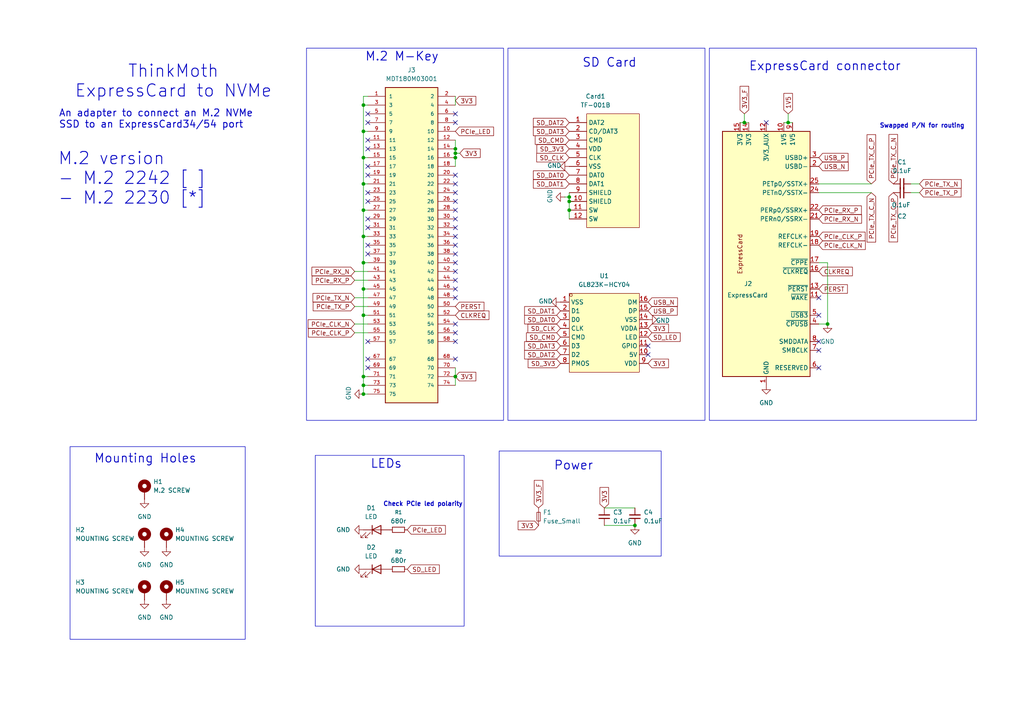
<source format=kicad_sch>
(kicad_sch (version 20250114) (generator "eeschema") (generator_version "9.0")
  (paper "A4")
  (title_block (title "ThinkMoth M.2 2242") (rev "V1.0") (company "Mothtek"))
  (lib_symbols
    (symbol "Connector:ExpressCard"
      (property "Reference" "J" (at 11.43 36.83 0))
      (property "Value" "ExpressCard" (at 7.62 -36.83 0))
      (symbol "ExpressCard_0_0"
        (text "ExpressCard" (at -7.62 0 900) (effects (font (size 1.27 1.27))))
      )
      (symbol "ExpressCard_0_1"
        (rectangle (start -12.7 35.56) (end 12.7 -35.56) (stroke (width 0.254)) (fill (type background)))
      )
      (symbol "ExpressCard_1_1"
        (pin power_out line (at -7.62 38.1 270) (length 2.54) (name "3V3") (number "15"))
        (pin power_out line (at -5.08 38.1 270) (length 2.54) (name "3V3") (number "14"))
        (pin power_out line (at 0 38.1 270) (length 2.54) (name "3V3_AUX") (number "12"))
        (pin power_out line (at 0 -38.1 90) (length 2.54) (name "GND") (number "1"))
        (pin passive line (at 0 -38.1 90) (length 2.54) (hide yes) (name "GND") (number "20"))
        (pin passive line (at 0 -38.1 90) (length 2.54) (hide yes) (name "GND") (number "23"))
        (pin passive line (at 0 -38.1 90) (length 2.54) (hide yes) (name "GND") (number "26"))
        (pin power_out line (at 5.08 38.1 270) (length 2.54) (name "1V5") (number "10"))
        (pin power_out line (at 7.62 38.1 270) (length 2.54) (name "1V5") (number "9"))
        (pin bidirectional line (at 15.24 27.94 180) (length 2.54) (name "USBD+") (number "3"))
        (pin bidirectional line (at 15.24 25.4 180) (length 2.54) (name "USBD-") (number "2"))
        (pin output line (at 15.24 20.32 180) (length 2.54) (name "PETp0/SSTX+") (number "25"))
        (pin output line (at 15.24 17.78 180) (length 2.54) (name "PETn0/SSTX-") (number "24"))
        (pin input line (at 15.24 12.7 180) (length 2.54) (name "PERp0/SSRX+") (number "22"))
        (pin input line (at 15.24 10.16 180) (length 2.54) (name "PERn0/SSRX-") (number "21"))
        (pin output line (at 15.24 5.08 180) (length 2.54) (name "REFCLK+") (number "19"))
        (pin output line (at 15.24 2.54 180) (length 2.54) (name "REFCLK-") (number "18"))
        (pin input line (at 15.24 -2.54 180) (length 2.54) (name "~{CPPE}") (number "17"))
        (pin input line (at 15.24 -5.08 180) (length 2.54) (name "~{CLKREQ}") (number "16"))
        (pin output line (at 15.24 -10.16 180) (length 2.54) (name "~{PERST}") (number "13"))
        (pin input line (at 15.24 -12.7 180) (length 2.54) (name "~{WAKE}") (number "11"))
        (pin bidirectional line (at 15.24 -17.78 180) (length 2.54) (name "~{USB3}") (number "5"))
        (pin input line (at 15.24 -20.32 180) (length 2.54) (name "~{CPUSB}") (number "4"))
        (pin bidirectional line (at 15.24 -25.4 180) (length 2.54) (name "SMDDATA") (number "8"))
        (pin output line (at 15.24 -27.94 180) (length 2.54) (name "SMBCLK") (number "7"))
        (pin passive line (at 15.24 -33.02 180) (length 2.54) (name "RESERVED") (number "6"))
      )
    )
    (symbol "Device:C_Small" (pin_numbers (hide yes)) (pin_names (offset 0.254) (hide yes))
      (property "Reference" "C" (at 0.254 1.778 0))
      (property "Value" "C_Small" (at 0.254 -2.032 0))
      (symbol "C_Small_0_1"
        (polyline (pts (xy -1.524 0.508) (xy 1.524 0.508)) (stroke (width 0.3048)))
        (polyline (pts (xy -1.524 -0.508) (xy 1.524 -0.508)) (stroke (width 0.3302)))
      )
      (symbol "C_Small_1_1"
        (pin passive line (at 0 2.54 270) (length 2.032) (name "~") (number "1"))
        (pin passive line (at 0 -2.54 90) (length 2.032) (name "~") (number "2"))
      )
    )
    (symbol "Device:Fuse_Small" (pin_numbers (hide yes)) (pin_names (offset 0.254) (hide yes))
      (property "Reference" "F" (at 0 -1.524 0))
      (property "Value" "Fuse_Small" (at 0 1.524 0))
      (symbol "Fuse_Small_0_1"
        (rectangle (start -1.27 0.508) (end 1.27 -0.508))
        (polyline (pts (xy -1.27 0) (xy 1.27 0)))
      )
      (symbol "Fuse_Small_1_1"
        (pin passive line (at -2.54 0 0) (length 1.27) (name "~") (number "1"))
        (pin passive line (at 2.54 0 180) (length 1.27) (name "~") (number "2"))
      )
    )
    (symbol "Device:LED" (pin_numbers (hide yes)) (pin_names (offset 1.016) (hide yes))
      (property "Reference" "D" (at 0 2.54 0))
      (property "Value" "LED" (at 0 -2.54 0))
      (symbol "LED_0_1"
        (polyline (pts (xy -3.048 -0.762) (xy -4.572 -2.286) (xy -3.81 -2.286) (xy -4.572 -2.286) (xy -4.572 -1.524)))
        (polyline (pts (xy -1.778 -0.762) (xy -3.302 -2.286) (xy -2.54 -2.286) (xy -3.302 -2.286) (xy -3.302 -1.524)))
        (polyline (pts (xy -1.27 0) (xy 1.27 0)))
        (polyline (pts (xy -1.27 -1.27) (xy -1.27 1.27)) (stroke (width 0.254)))
        (polyline (pts (xy 1.27 -1.27) (xy 1.27 1.27) (xy -1.27 0) (xy 1.27 -1.27)) (stroke (width 0.254)))
      )
      (symbol "LED_1_1"
        (pin passive line (at -3.81 0 0) (length 2.54) (name "K") (number "1"))
        (pin passive line (at 3.81 0 180) (length 2.54) (name "A") (number "2"))
      )
    )
    (symbol "Device:R_Small" (pin_numbers (hide yes)) (pin_names (offset 0.254) (hide yes))
      (property "Reference" "R" (at 0 0 90))
      (property "Value" "R_Small" (at 1.778 0 90))
      (symbol "R_Small_0_1"
        (rectangle (start -0.762 1.778) (end 0.762 -1.778) (stroke (width 0.2032)))
      )
      (symbol "R_Small_1_1"
        (pin passive line (at 0 2.54 270) (length 0.762) (name "~") (number "1"))
        (pin passive line (at 0 -2.54 90) (length 0.762) (name "~") (number "2"))
      )
    )
    (symbol "GL823K-HCY04:GL823K-HCY04"
      (property "Reference" "U" (at 0 13.97 0))
      (property "Value" "GL823K-HCY04" (at 0 -13.97 0))
      (symbol "GL823K-HCY04_0_1"
        (rectangle (start -10.16 11.43) (end 10.16 -11.43) (fill (type background)))
        (circle (center -9.65 10.92) (radius 0.38))
        (pin unspecified line (at -12.7 8.89 0) (length 2.54) (name "VSS") (number "1"))
        (pin unspecified line (at -12.7 6.35 0) (length 2.54) (name "D1") (number "2"))
        (pin unspecified line (at -12.7 3.81 0) (length 2.54) (name "D0") (number "3"))
        (pin unspecified line (at -12.7 1.27 0) (length 2.54) (name "CLK") (number "4"))
        (pin unspecified line (at -12.7 -1.27 0) (length 2.54) (name "CMD") (number "5"))
        (pin unspecified line (at -12.7 -3.81 0) (length 2.54) (name "D3") (number "6"))
        (pin unspecified line (at -12.7 -6.35 0) (length 2.54) (name "D2") (number "7"))
        (pin unspecified line (at -12.7 -8.89 0) (length 2.54) (name "PMOS") (number "8"))
        (pin unspecified line (at 12.7 8.89 180) (length 2.54) (name "DM") (number "16"))
        (pin unspecified line (at 12.7 6.35 180) (length 2.54) (name "DP") (number "15"))
        (pin unspecified line (at 12.7 3.81 180) (length 2.54) (name "VSS") (number "14"))
        (pin unspecified line (at 12.7 1.27 180) (length 2.54) (name "VDDA") (number "13"))
        (pin unspecified line (at 12.7 -1.27 180) (length 2.54) (name "LED") (number "12"))
        (pin unspecified line (at 12.7 -3.81 180) (length 2.54) (name "GPIO") (number "11"))
        (pin unspecified line (at 12.7 -6.35 180) (length 2.54) (name "5V") (number "10"))
        (pin unspecified line (at 12.7 -8.89 180) (length 2.54) (name "VDD") (number "9"))
      )
    )
    (symbol "MDT180M03001:MDT180M03001" (pin_names (offset 1.016))
      (property "Reference" "J" (at -7.62 46.482 0))
      (property "Value" "MDT180M03001" (at -7.62 -48.26 0))
      (symbol "MDT180M03001_0_0"
        (rectangle (start -7.62 -45.72) (end 7.62 45.72) (stroke (width 0.254)) (fill (type background)))
        (pin passive line (at -12.7 43.18 0) (length 5.08) (name "1") (number "1"))
        (pin passive line (at -12.7 40.64 0) (length 5.08) (name "3") (number "3"))
        (pin passive line (at -12.7 38.1 0) (length 5.08) (name "5") (number "5"))
        (pin passive line (at -12.7 35.56 0) (length 5.08) (name "7") (number "7"))
        (pin passive line (at -12.7 33.02 0) (length 5.08) (name "9") (number "9"))
        (pin passive line (at -12.7 30.48 0) (length 5.08) (name "11") (number "11"))
        (pin passive line (at -12.7 27.94 0) (length 5.08) (name "13") (number "13"))
        (pin passive line (at -12.7 25.4 0) (length 5.08) (name "15") (number "15"))
        (pin passive line (at -12.7 22.86 0) (length 5.08) (name "17") (number "17"))
        (pin passive line (at -12.7 20.32 0) (length 5.08) (name "19") (number "19"))
        (pin passive line (at -12.7 17.78 0) (length 5.08) (name "21") (number "21"))
        (pin passive line (at -12.7 15.24 0) (length 5.08) (name "23") (number "23"))
        (pin passive line (at -12.7 12.7 0) (length 5.08) (name "25") (number "25"))
        (pin passive line (at -12.7 10.16 0) (length 5.08) (name "27") (number "27"))
        (pin passive line (at -12.7 7.62 0) (length 5.08) (name "29") (number "29"))
        (pin passive line (at -12.7 5.08 0) (length 5.08) (name "31") (number "31"))
        (pin passive line (at -12.7 2.54 0) (length 5.08) (name "33") (number "33"))
        (pin passive line (at -12.7 0 0) (length 5.08) (name "35") (number "35"))
        (pin passive line (at -12.7 -2.54 0) (length 5.08) (name "37") (number "37"))
        (pin passive line (at -12.7 -5.08 0) (length 5.08) (name "39") (number "39"))
        (pin passive line (at -12.7 -7.62 0) (length 5.08) (name "41") (number "41"))
        (pin passive line (at -12.7 -10.16 0) (length 5.08) (name "43") (number "43"))
        (pin passive line (at -12.7 -12.7 0) (length 5.08) (name "45") (number "45"))
        (pin passive line (at -12.7 -15.24 0) (length 5.08) (name "47") (number "47"))
        (pin passive line (at -12.7 -17.78 0) (length 5.08) (name "49") (number "49"))
        (pin passive line (at -12.7 -20.32 0) (length 5.08) (name "51") (number "51"))
        (pin passive line (at -12.7 -22.86 0) (length 5.08) (name "53") (number "53"))
        (pin passive line (at -12.7 -25.4 0) (length 5.08) (name "55") (number "55"))
        (pin passive line (at -12.7 -27.94 0) (length 5.08) (name "57") (number "57"))
        (pin passive line (at -12.7 -33.02 0) (length 5.08) (name "67") (number "67"))
        (pin passive line (at -12.7 -35.56 0) (length 5.08) (name "69") (number "69"))
        (pin passive line (at -12.7 -38.1 0) (length 5.08) (name "71") (number "71"))
        (pin passive line (at -12.7 -40.64 0) (length 5.08) (name "73") (number "73"))
        (pin passive line (at -12.7 -43.18 0) (length 5.08) (name "75") (number "75"))
        (pin passive line (at 12.7 43.18 180) (length 5.08) (name "2") (number "2"))
        (pin passive line (at 12.7 40.64 180) (length 5.08) (name "4") (number "4"))
        (pin passive line (at 12.7 38.1 180) (length 5.08) (name "6") (number "6"))
        (pin passive line (at 12.7 35.56 180) (length 5.08) (name "8") (number "8"))
        (pin passive line (at 12.7 33.02 180) (length 5.08) (name "10") (number "10"))
        (pin passive line (at 12.7 30.48 180) (length 5.08) (name "12") (number "12"))
        (pin passive line (at 12.7 27.94 180) (length 5.08) (name "14") (number "14"))
        (pin passive line (at 12.7 25.4 180) (length 5.08) (name "16") (number "16"))
        (pin passive line (at 12.7 22.86 180) (length 5.08) (name "18") (number "18"))
        (pin passive line (at 12.7 20.32 180) (length 5.08) (name "20") (number "20"))
        (pin passive line (at 12.7 17.78 180) (length 5.08) (name "22") (number "22"))
        (pin passive line (at 12.7 15.24 180) (length 5.08) (name "24") (number "24"))
        (pin passive line (at 12.7 12.7 180) (length 5.08) (name "26") (number "26"))
        (pin passive line (at 12.7 10.16 180) (length 5.08) (name "28") (number "28"))
        (pin passive line (at 12.7 7.62 180) (length 5.08) (name "30") (number "30"))
        (pin passive line (at 12.7 5.08 180) (length 5.08) (name "32") (number "32"))
        (pin passive line (at 12.7 2.54 180) (length 5.08) (name "34") (number "34"))
        (pin passive line (at 12.7 0 180) (length 5.08) (name "36") (number "36"))
        (pin passive line (at 12.7 -2.54 180) (length 5.08) (name "38") (number "38"))
        (pin passive line (at 12.7 -5.08 180) (length 5.08) (name "40") (number "40"))
        (pin passive line (at 12.7 -7.62 180) (length 5.08) (name "42") (number "42"))
        (pin passive line (at 12.7 -10.16 180) (length 5.08) (name "44") (number "44"))
        (pin passive line (at 12.7 -12.7 180) (length 5.08) (name "46") (number "46"))
        (pin passive line (at 12.7 -15.24 180) (length 5.08) (name "48") (number "48"))
        (pin passive line (at 12.7 -17.78 180) (length 5.08) (name "50") (number "50"))
        (pin passive line (at 12.7 -20.32 180) (length 5.08) (name "52") (number "52"))
        (pin passive line (at 12.7 -22.86 180) (length 5.08) (name "54") (number "54"))
        (pin passive line (at 12.7 -25.4 180) (length 5.08) (name "56") (number "56"))
        (pin passive line (at 12.7 -27.94 180) (length 5.08) (name "58") (number "58"))
        (pin passive line (at 12.7 -33.02 180) (length 5.08) (name "68") (number "68"))
        (pin passive line (at 12.7 -35.56 180) (length 5.08) (name "70") (number "70"))
        (pin passive line (at 12.7 -38.1 180) (length 5.08) (name "72") (number "72"))
        (pin passive line (at 12.7 -40.64 180) (length 5.08) (name "74") (number "74"))
      )
    )
    (symbol "Mechanical:MountingHole_Pad" (pin_numbers (hide yes)) (pin_names (offset 1.016) (hide yes)) (in_bom no)
      (property "Reference" "H" (at 0 6.35 0))
      (property "Value" "MountingHole_Pad" (at 0 4.445 0))
      (symbol "MountingHole_Pad_0_1"
        (circle (center 0 1.27) (radius 1.27) (stroke (width 1.27)))
      )
      (symbol "MountingHole_Pad_1_1"
        (pin input line (at 0 -2.54 90) (length 2.54) (name "1") (number "1"))
      )
    )
    (symbol "SOFNG-TF-001B:TF-001B"
      (property "Reference" "Card1" (at -2.54 21.59 0))
      (property "Value" "TF-001B" (at -2.54 19.05 0))
      (symbol "TF-001B_0_1"
        (rectangle (start -5.08 16.51) (end 10.16 -16.51) (fill (type background)))
        (pin unspecified line (at -10.16 13.97 0) (length 5.08) (name "DAT2") (number "1"))
        (pin unspecified line (at -10.16 11.43 0) (length 5.08) (name "CD/DAT3") (number "2"))
        (pin unspecified line (at -10.16 8.89 0) (length 5.08) (name "CMD") (number "3"))
        (pin unspecified line (at -10.16 6.35 0) (length 5.08) (name "VDD") (number "4"))
        (pin unspecified line (at -10.16 3.81 0) (length 5.08) (name "CLK") (number "5"))
        (pin unspecified line (at -10.16 1.27 0) (length 5.08) (name "VSS") (number "6"))
        (pin unspecified line (at -10.16 -1.27 0) (length 5.08) (name "DAT0") (number "7"))
        (pin unspecified line (at -10.16 -3.81 0) (length 5.08) (name "DAT1") (number "8"))
        (pin unspecified line (at -10.16 -6.35 0) (length 5.08) (name "SHIELD") (number "9"))
        (pin unspecified line (at -10.16 -8.89 0) (length 5.08) (name "SHIELD") (number "10"))
        (pin unspecified line (at -10.16 -11.43 0) (length 5.08) (name "SW") (number "11"))
        (pin unspecified line (at -10.16 -13.97 0) (length 5.08) (name "SW") (number "12"))
      )
    )
    (symbol "power:GND" (power) (pin_numbers (hide yes)) (pin_names (offset 0) (hide yes))
      (property "Value" "GND" (at 0 -3.81 0))
      (symbol "GND_0_1"
        (polyline (pts (xy 0 0) (xy 0 -1.27) (xy 1.27 -1.27) (xy 0 -2.54) (xy -1.27 -1.27) (xy 0 -1.27)))
      )
      (symbol "GND_1_1"
        (pin power_in line (at 0 0 270) (length 0) (name "~") (number "1"))
      )
    )
  )
  (rectangle (start 147.32 13.97) (end 204.47 121.92))
  (rectangle (start 205.74 13.97) (end 283.21 121.92))
  (rectangle (start 20.32 129.54) (end 71.12 185.42))
  (rectangle (start 144.78 130.81) (end 191.77 161.29))
  (rectangle (start 88.9 13.97) (end 146.05 121.92))
  (rectangle (start 91.44 132.08) (end 134.62 181.61))
  (text "ThinkMoth\nExpressCard to NVMe\n" (at 50.292 23.622 0) (effects (font (size 3.556 3.556) (thickness 0.254) (bold yes))))
  (text "Mounting Holes" (at 42.164 133.096 0) (effects (font (size 2.54 2.54) (thickness 0.254) (bold yes))))
  (text "Power" (at 166.37 135.128 0) (effects (font (size 2.54 2.54) (thickness 0.254) (bold yes))))
  (text "Check PCIe led polarity" (at 122.682 146.304 0) (effects (font (size 1.27 1.27) (thickness 0.254) (bold yes))))
  (text "M.2 M-Key" (at 116.586 16.51 0) (effects (font (size 2.54 2.54) (thickness 0.254) (bold yes))))
  (text "Swapped P/N for routing" (at 267.462 36.576 0) (effects (font (size 1.27 1.27) (thickness 0.254) (bold yes))))
  (text "An adapter to connect an M.2 NVMe   \nSSD to an ExpressCard34/54 port\n\n\n" (at 17.018 37.846 0) (effects (font (size 2.032 2.032) (thickness 0.254) (bold yes)) (justify left)))
  (text "LEDs" (at 112.014 134.62 0) (effects (font (size 2.54 2.54) (thickness 0.254) (bold yes))))
  (text "M.2 version\n- M.2 2242 [ ]\n- M.2 2230 [*]\n" (at 16.764 51.816 0) (effects (font (size 3.556 3.556) (thickness 0.254) (bold yes)) (justify left)))
  (text "ExpressCard connector" (at 239.268 19.304 0) (effects (font (size 2.54 2.54) (thickness 0.254) (bold yes))))
  (text "SD Card" (at 176.784 18.288 0) (effects (font (size 2.54 2.54) (thickness 0.254) (bold yes))))
  (junction (at 105.41 114.3))
  (junction (at 105.41 111.76))
  (junction (at 105.41 45.72))
  (junction (at 105.41 68.58))
  (junction (at 105.41 83.82))
  (junction (at 240.03 93.98))
  (junction (at 165.1 57.15))
  (junction (at 165.1 60.96))
  (junction (at 132.08 109.22))
  (junction (at 132.08 43.18))
  (junction (at 165.1 58.42))
  (junction (at 105.41 30.48))
  (junction (at 215.9 35.56))
  (junction (at 105.41 60.96))
  (junction (at 105.41 53.34))
  (junction (at 228.6 35.56))
  (junction (at 184.15 152.4))
  (junction (at 105.41 76.2))
  (junction (at 105.41 91.44))
  (junction (at 105.41 38.1))
  (junction (at 132.08 45.72))
  (junction (at 132.08 44.45))
  (junction (at 105.41 109.22))
  (no_connect (at 132.08 76.2))
  (no_connect (at 106.68 33.02))
  (no_connect (at 237.49 91.44))
  (no_connect (at 132.08 71.12))
  (no_connect (at 222.25 35.56))
  (no_connect (at 106.68 55.88))
  (no_connect (at 237.49 101.6))
  (no_connect (at 132.08 83.82))
  (no_connect (at 106.68 48.26))
  (no_connect (at 132.08 35.56))
  (no_connect (at 106.68 99.06))
  (no_connect (at 106.68 73.66))
  (no_connect (at 132.08 58.42))
  (no_connect (at 132.08 66.04))
  (no_connect (at 132.08 93.98))
  (no_connect (at 132.08 55.88))
  (no_connect (at 132.08 68.58))
  (no_connect (at 132.08 63.5))
  (no_connect (at 237.49 86.36))
  (no_connect (at 132.08 73.66))
  (no_connect (at 132.08 50.8))
  (no_connect (at 237.49 106.68))
  (no_connect (at 132.08 78.74))
  (no_connect (at 132.08 86.36))
  (no_connect (at 187.96 102.87))
  (no_connect (at 187.96 100.33))
  (no_connect (at 132.08 33.02))
  (no_connect (at 106.68 106.68))
  (no_connect (at 132.08 104.14))
  (no_connect (at 132.08 99.06))
  (no_connect (at 106.68 66.04))
  (no_connect (at 106.68 50.8))
  (no_connect (at 132.08 96.52))
  (no_connect (at 106.68 71.12))
  (no_connect (at 106.68 40.64))
  (no_connect (at 106.68 63.5))
  (no_connect (at 106.68 104.14))
  (no_connect (at 237.49 99.06))
  (no_connect (at 132.08 53.34))
  (no_connect (at 106.68 35.56))
  (no_connect (at 132.08 60.96))
  (no_connect (at 132.08 81.28))
  (no_connect (at 106.68 43.18))
  (no_connect (at 106.68 58.42))
  (wire (pts (xy 266.7 53.34) (xy 264.16 53.34)))
  (wire (pts (xy 132.08 43.18) (xy 132.08 44.45)))
  (wire (pts (xy 105.41 38.1) (xy 105.41 30.48)))
  (wire (pts (xy 105.41 68.58) (xy 106.68 68.58)))
  (wire (pts (xy 105.41 91.44) (xy 105.41 83.82)))
  (wire (pts (xy 105.41 109.22) (xy 106.68 109.22)))
  (wire (pts (xy 165.1 58.42) (xy 165.1 60.96)))
  (wire (pts (xy 175.26 152.4) (xy 184.15 152.4)))
  (wire (pts (xy 132.08 109.22) (xy 132.08 111.76)))
  (wire (pts (xy 105.41 60.96) (xy 105.41 53.34)))
  (wire (pts (xy 214.63 35.56) (xy 215.9 35.56)))
  (wire (pts (xy 132.08 44.45) (xy 132.08 45.72)))
  (wire (pts (xy 105.41 83.82) (xy 106.68 83.82)))
  (wire (pts (xy 175.26 147.32) (xy 184.15 147.32)))
  (wire (pts (xy 105.41 45.72) (xy 106.68 45.72)))
  (wire (pts (xy 163.83 57.15) (xy 165.1 57.15)))
  (wire (pts (xy 132.08 45.72) (xy 132.08 48.26)))
  (wire (pts (xy 105.41 30.48) (xy 105.41 27.94)))
  (wire (pts (xy 132.08 40.64) (xy 132.08 43.18)))
  (wire (pts (xy 132.08 27.94) (xy 132.08 30.48)))
  (wire (pts (xy 105.41 76.2) (xy 105.41 68.58)))
  (wire (pts (xy 228.6 35.56) (xy 228.6 33.02)))
  (wire (pts (xy 105.41 76.2) (xy 106.68 76.2)))
  (wire (pts (xy 165.1 60.96) (xy 165.1 63.5)))
  (wire (pts (xy 105.41 30.48) (xy 106.68 30.48)))
  (wire (pts (xy 165.1 55.88) (xy 165.1 57.15)))
  (wire (pts (xy 266.7 55.88) (xy 264.16 55.88)))
  (wire (pts (xy 105.41 27.94) (xy 106.68 27.94)))
  (wire (pts (xy 132.08 44.45) (xy 133.35 44.45)))
  (wire (pts (xy 102.87 93.98) (xy 106.68 93.98)))
  (wire (pts (xy 132.08 106.68) (xy 132.08 109.22)))
  (wire (pts (xy 105.41 68.58) (xy 105.41 60.96)))
  (wire (pts (xy 165.1 57.15) (xy 165.1 58.42)))
  (wire (pts (xy 105.41 109.22) (xy 105.41 91.44)))
  (wire (pts (xy 105.41 83.82) (xy 105.41 76.2)))
  (wire (pts (xy 102.87 81.28) (xy 106.68 81.28)))
  (wire (pts (xy 105.41 91.44) (xy 106.68 91.44)))
  (wire (pts (xy 105.41 53.34) (xy 106.68 53.34)))
  (wire (pts (xy 105.41 60.96) (xy 106.68 60.96)))
  (wire (pts (xy 105.41 53.34) (xy 105.41 45.72)))
  (wire (pts (xy 166.37 58.42) (xy 165.1 58.42)))
  (wire (pts (xy 215.9 33.02) (xy 215.9 35.56)))
  (wire (pts (xy 105.41 38.1) (xy 106.68 38.1)))
  (wire (pts (xy 240.03 76.2) (xy 240.03 93.98)))
  (wire (pts (xy 106.68 114.3) (xy 105.41 114.3)))
  (wire (pts (xy 240.03 93.98) (xy 237.49 93.98)))
  (wire (pts (xy 105.41 114.3) (xy 105.41 111.76)))
  (wire (pts (xy 105.41 111.76) (xy 105.41 109.22)))
  (wire (pts (xy 102.87 86.36) (xy 106.68 86.36)))
  (wire (pts (xy 237.49 76.2) (xy 240.03 76.2)))
  (wire (pts (xy 237.49 53.34) (xy 252.73 53.34)))
  (wire (pts (xy 227.33 35.56) (xy 228.6 35.56)))
  (wire (pts (xy 237.49 55.88) (xy 252.73 55.88)))
  (wire (pts (xy 102.87 78.74) (xy 106.68 78.74)))
  (wire (pts (xy 105.41 45.72) (xy 105.41 38.1)))
  (wire (pts (xy 102.87 88.9) (xy 106.68 88.9)))
  (wire (pts (xy 228.6 35.56) (xy 229.87 35.56)))
  (wire (pts (xy 215.9 35.56) (xy 217.17 35.56)))
  (wire (pts (xy 102.87 96.52) (xy 106.68 96.52)))
  (wire (pts (xy 105.41 111.76) (xy 106.68 111.76)))
  (global_label "PCIe_TX_C_N" (shape input) (at 259.08 53.34 90) (property "Intersheetrefs" "${INTERSHEET_REFS}" (effects (hide yes))))
  (global_label "PCIe_TX_N" (shape input) (at 102.87 86.36 180) (property "Intersheetrefs" "${INTERSHEET_REFS}" (effects (hide yes))))
  (global_label "SD_CMD" (shape input) (at 165.1 40.64 180) (property "Intersheetrefs" "${INTERSHEET_REFS}" (effects (hide yes))))
  (global_label "PCIe_RX_P" (shape input) (at 237.49 60.96 0) (property "Intersheetrefs" "${INTERSHEET_REFS}" (effects (hide yes))))
  (global_label "SD_LED" (shape input) (at 187.96 97.79 0) (property "Intersheetrefs" "${INTERSHEET_REFS}" (effects (hide yes))))
  (global_label "PCIe_LED" (shape input) (at 118.11 153.67 0) (property "Intersheetrefs" "${INTERSHEET_REFS}" (effects (hide yes))))
  (global_label "PCIe_CLK_P" (shape input) (at 102.87 96.52 180) (property "Intersheetrefs" "${INTERSHEET_REFS}" (effects (hide yes))))
  (global_label "PCIe_TX_P" (shape input) (at 266.7 55.88 0) (property "Intersheetrefs" "${INTERSHEET_REFS}" (effects (hide yes))))
  (global_label "SD_DAT3" (shape input) (at 162.56 100.33 180) (property "Intersheetrefs" "${INTERSHEET_REFS}" (effects (hide yes))))
  (global_label "3V3" (shape input) (at 132.08 29.21 0) (property "Intersheetrefs" "${INTERSHEET_REFS}" (effects (hide yes))))
  (global_label "SD_DAT1" (shape input) (at 162.56 90.17 180) (property "Intersheetrefs" "${INTERSHEET_REFS}" (effects (hide yes))))
  (global_label "PCIe_RX_N" (shape input) (at 102.87 78.74 180) (property "Intersheetrefs" "${INTERSHEET_REFS}" (effects (hide yes))))
  (global_label "SD_CLK" (shape input) (at 162.56 95.25 180) (property "Intersheetrefs" "${INTERSHEET_REFS}" (effects (hide yes))))
  (global_label "3V3_F" (shape input) (at 215.9 33.02 90) (property "Intersheetrefs" "${INTERSHEET_REFS}" (effects (hide yes))))
  (global_label "3V3" (shape input) (at 156.21 152.4 180) (property "Intersheetrefs" "${INTERSHEET_REFS}" (effects (hide yes))))
  (global_label "PCIe_TX_P" (shape input) (at 102.87 88.9 180) (property "Intersheetrefs" "${INTERSHEET_REFS}" (effects (hide yes))))
  (global_label "PCIe_CLK_P" (shape input) (at 237.49 68.58 0) (property "Intersheetrefs" "${INTERSHEET_REFS}" (effects (hide yes))))
  (global_label "SD_CLK" (shape input) (at 165.1 45.72 180) (property "Intersheetrefs" "${INTERSHEET_REFS}" (effects (hide yes))))
  (global_label "SD_3V3" (shape input) (at 165.1 43.18 180) (property "Intersheetrefs" "${INTERSHEET_REFS}" (effects (hide yes))))
  (global_label "3V3" (shape input) (at 133.35 44.45 0) (property "Intersheetrefs" "${INTERSHEET_REFS}" (effects (hide yes))))
  (global_label "3V3" (shape input) (at 187.96 105.41 0) (property "Intersheetrefs" "${INTERSHEET_REFS}" (effects (hide yes))))
  (global_label "SD_DAT0" (shape input) (at 165.1 50.8 180) (property "Intersheetrefs" "${INTERSHEET_REFS}" (effects (hide yes))))
  (global_label "USB_N" (shape input) (at 187.96 87.63 0) (property "Intersheetrefs" "${INTERSHEET_REFS}" (effects (hide yes))))
  (global_label "PERST" (shape input) (at 237.49 83.82 0) (property "Intersheetrefs" "${INTERSHEET_REFS}" (effects (hide yes))))
  (global_label "PERST" (shape input) (at 132.08 88.9 0) (property "Intersheetrefs" "${INTERSHEET_REFS}" (effects (hide yes))))
  (global_label "PCIe_TX_C_P" (shape input) (at 252.73 53.34 90) (property "Intersheetrefs" "${INTERSHEET_REFS}" (effects (hide yes))))
  (global_label "SD_LED" (shape input) (at 118.11 165.1 0) (property "Intersheetrefs" "${INTERSHEET_REFS}" (effects (hide yes))))
  (global_label "PCIe_RX_P" (shape input) (at 102.87 81.28 180) (property "Intersheetrefs" "${INTERSHEET_REFS}" (effects (hide yes))))
  (global_label "3V3_F" (shape input) (at 156.21 147.32 90) (property "Intersheetrefs" "${INTERSHEET_REFS}" (effects (hide yes))))
  (global_label "USB_P" (shape input) (at 187.96 90.17 0) (property "Intersheetrefs" "${INTERSHEET_REFS}" (effects (hide yes))))
  (global_label "PCIe_RX_N" (shape input) (at 237.49 63.5 0) (property "Intersheetrefs" "${INTERSHEET_REFS}" (effects (hide yes))))
  (global_label "1V5" (shape input) (at 228.6 33.02 90) (property "Intersheetrefs" "${INTERSHEET_REFS}" (effects (hide yes))))
  (global_label "PCIe_TX_C_P" (shape input) (at 259.08 55.88 270) (property "Intersheetrefs" "${INTERSHEET_REFS}" (effects (hide yes))))
  (global_label "SD_DAT0" (shape input) (at 162.56 92.71 180) (property "Intersheetrefs" "${INTERSHEET_REFS}" (effects (hide yes))))
  (global_label "PCIe_CLK_N" (shape input) (at 102.87 93.98 180) (property "Intersheetrefs" "${INTERSHEET_REFS}" (effects (hide yes))))
  (global_label "PCIe_TX_C_N" (shape input) (at 252.73 55.88 270) (property "Intersheetrefs" "${INTERSHEET_REFS}" (effects (hide yes))))
  (global_label "SD_DAT3" (shape input) (at 165.1 38.1 180) (property "Intersheetrefs" "${INTERSHEET_REFS}" (effects (hide yes))))
  (global_label "SD_DAT1" (shape input) (at 165.1 53.34 180) (property "Intersheetrefs" "${INTERSHEET_REFS}" (effects (hide yes))))
  (global_label "PCIe_LED" (shape input) (at 132.08 38.1 0) (property "Intersheetrefs" "${INTERSHEET_REFS}" (effects (hide yes))))
  (global_label "SD_CMD" (shape input) (at 162.56 97.79 180) (property "Intersheetrefs" "${INTERSHEET_REFS}" (effects (hide yes))))
  (global_label "SD_DAT2" (shape input) (at 162.56 102.87 180) (property "Intersheetrefs" "${INTERSHEET_REFS}" (effects (hide yes))))
  (global_label "3V3" (shape input) (at 175.26 147.32 90) (property "Intersheetrefs" "${INTERSHEET_REFS}" (effects (hide yes))))
  (global_label "PCIe_CLK_N" (shape input) (at 237.49 71.12 0) (property "Intersheetrefs" "${INTERSHEET_REFS}" (effects (hide yes))))
  (global_label "CLKREQ" (shape input) (at 132.08 91.44 0) (property "Intersheetrefs" "${INTERSHEET_REFS}" (effects (hide yes))))
  (global_label "3V3" (shape input) (at 132.08 109.22 0) (property "Intersheetrefs" "${INTERSHEET_REFS}" (effects (hide yes))))
  (global_label "SD_DAT2" (shape input) (at 165.1 35.56 180) (property "Intersheetrefs" "${INTERSHEET_REFS}" (effects (hide yes))))
  (global_label "3V3" (shape input) (at 187.96 95.25 0) (property "Intersheetrefs" "${INTERSHEET_REFS}" (effects (hide yes))))
  (global_label "PCIe_TX_N" (shape input) (at 266.7 53.34 0) (property "Intersheetrefs" "${INTERSHEET_REFS}" (effects (hide yes))))
  (global_label "CLKREQ" (shape input) (at 237.49 78.74 0) (property "Intersheetrefs" "${INTERSHEET_REFS}" (effects (hide yes))))
  (global_label "USB_N" (shape input) (at 237.49 48.26 0) (property "Intersheetrefs" "${INTERSHEET_REFS}" (effects (hide yes))))
  (global_label "USB_P" (shape input) (at 237.49 45.72 0) (property "Intersheetrefs" "${INTERSHEET_REFS}" (effects (hide yes))))
  (global_label "SD_3V3" (shape input) (at 162.56 105.41 180) (property "Intersheetrefs" "${INTERSHEET_REFS}" (effects (hide yes))))
  (symbol (lib_id "Device:R_Small") (at 115.57 165.1 90) (unit 1)
    (property "Reference" "R2" (at 115.57 160.02 90) (effects (font (size 1.016 1.016))))
    (property "Value" "680r" (at 115.57 162.56 90))
    (property "Footprint" "Resistor_SMD:R_0402_1005Metric" (effects (hide yes)))
    (property "Description" "Resistor, small symbol" (effects (hide yes)))
  )
  (symbol (lib_id "Device:Fuse_Small") (at 156.21 149.86 90) (unit 1)
    (property "Reference" "F1" (at 157.48 148.5899 90) (effects (justify right)))
    (property "Value" "Fuse_Small" (at 157.48 151.1299 90) (effects (justify right)))
    (property "Footprint" "Fuse:Fuse_0805_2012Metric" (effects (hide yes)))
    (property "Description" "Fuse, small symbol" (effects (hide yes)))
  )
  (symbol (lib_id "power:GND") (at 163.83 57.15 270) (unit 1)
    (property "Reference" "#PWR09" (effects (hide yes)))
    (property "Value" "GND" (at 159.512 56.896 0))
    (property "Description" "Power symbol creates a global label with name \"GND\" , ground" (effects (hide yes)))
  )
  (symbol (lib_id "power:GND") (at 48.26 158.75 0) (mirror y) (unit 1)
    (property "Reference" "#PWR016" (effects (hide yes)))
    (property "Value" "GND" (at 48.26 163.83 0))
    (property "Description" "Power symbol creates a global label with name \"GND\" , ground" (effects (hide yes)))
  )
  (symbol (lib_id "Connector:ExpressCard") (at 222.25 73.66 0) (unit 1)
    (property "Reference" "J2" (at 218.186 82.296 0) (effects (justify right)))
    (property "Value" "ExpressCard" (at 222.758 85.598 0) (effects (justify right)))
    (property "Footprint" "thinkmoth:ExpressCard_Plug" (effects (hide yes)))
    (property "Datasheet" "https://web.archive.org/web/20180809060653/http://www.usb.org/developers/expresscard/EC_specifications/ExpressCard_2_0_FINAL.pdf" (effects (hide yes)))
    (property "Description" "ExpressCard connector" (effects (hide yes)))
  )
  (symbol (lib_id "Mechanical:MountingHole_Pad") (at 41.91 171.45 0) (unit 1) (in_bom no)
    (property "Reference" "H3" (at 21.844 168.91 0) (effects (justify left)))
    (property "Value" "MOUNTING SCREW" (at 21.844 171.45 0) (effects (justify left)))
    (property "Footprint" "MountingHole_2.2mm_M2" (effects (hide yes)))
    (property "Description" "Mounting Hole with connection" (effects (hide yes)))
  )
  (symbol (lib_id "Device:C_Small") (at 184.15 149.86 180) (unit 1)
    (property "Reference" "C4" (at 186.69 148.5835 0) (effects (justify right)))
    (property "Value" "0.1uF" (at 186.69 151.1235 0) (effects (justify right)))
    (property "Footprint" "Capacitor_SMD:C_0402_1005Metric" (effects (hide yes)))
    (property "Description" "Unpolarized capacitor, small symbol" (effects (hide yes)))
  )
  (symbol (lib_id "power:GND") (at 105.41 114.3 270) (unit 1)
    (property "Reference" "#PWR018" (effects (hide yes)))
    (property "Value" "GND" (at 101.092 114.046 0))
    (property "Description" "Power symbol creates a global label with name \"GND\" , ground" (effects (hide yes)))
  )
  (symbol (lib_id "Device:C_Small") (at 175.26 149.86 180) (unit 1)
    (property "Reference" "C3" (at 177.8 148.5835 0) (effects (justify right)))
    (property "Value" "0.1uF" (at 177.8 151.1235 0) (effects (justify right)))
    (property "Footprint" "Capacitor_SMD:C_0402_1005Metric" (effects (hide yes)))
    (property "Description" "Unpolarized capacitor, small symbol" (effects (hide yes)))
  )
  (symbol (lib_id "Mechanical:MountingHole_Pad") (at 41.91 142.24 0) (unit 1) (in_bom no)
    (property "Reference" "H1" (at 44.45 139.6999 0) (effects (justify left)))
    (property "Value" "M.2 SCREW" (at 44.45 142.2399 0) (effects (justify left)))
    (property "Footprint" "MountingHole:MountingHole_2.7mm_M2.5_DIN965_Pad" (effects (hide yes)))
    (property "Description" "Mounting Hole with connection" (effects (hide yes)))
  )
  (symbol (lib_id "power:GND") (at 162.56 87.63 270) (unit 1)
    (property "Reference" "#PWR05" (effects (hide yes)))
    (property "Value" "GND" (at 158.242 87.376 90))
    (property "Description" "Power symbol creates a global label with name \"GND\" , ground" (effects (hide yes)))
  )
  (symbol (lib_id "GL823K-HCY04:GL823K-HCY04") (at 175.26 96.52 0) (unit 1)
    (property "Reference" "U1" (at 175.26 80.01 0))
    (property "Value" "GL823K-HCY04" (at 175.26 82.55 0))
    (property "Footprint" "GL823K-HCY04:SSOP-16_L4.9-W3.9-P0.64-LS6.0-BL" (effects (hide yes)))
    (property "Datasheet" "https://lcsc.com/product-detail/Others_Genesys-Logic_GL823K-HCY04_Genesys-Logic-GL823K-HCY04_C284879.html" (effects (hide yes)))
    (property "LCSC Part" "C284879" (effects (hide yes)))
  )
  (symbol (lib_id "power:GND") (at 41.91 173.99 0) (mirror y) (unit 1)
    (property "Reference" "#PWR015" (effects (hide yes)))
    (property "Value" "GND" (at 41.91 179.07 0))
    (property "Description" "Power symbol creates a global label with name \"GND\" , ground" (effects (hide yes)))
  )
  (symbol (lib_id "Mechanical:MountingHole_Pad") (at 48.26 171.45 0) (unit 1) (in_bom no)
    (property "Reference" "H5" (at 50.8 168.9099 0) (effects (justify left)))
    (property "Value" "MOUNTING SCREW" (at 50.8 171.4499 0) (effects (justify left)))
    (property "Footprint" "MountingHole_2.2mm_M2" (effects (hide yes)))
    (property "Description" "Mounting Hole with connection" (effects (hide yes)))
  )
  (symbol (lib_id "power:GND") (at 48.26 173.99 0) (mirror y) (unit 1)
    (property "Reference" "#PWR017" (effects (hide yes)))
    (property "Value" "GND" (at 48.26 179.07 0))
    (property "Description" "Power symbol creates a global label with name \"GND\" , ground" (effects (hide yes)))
  )
  (symbol (lib_id "power:GND") (at 105.41 153.67 270) (mirror x) (unit 1)
    (property "Reference" "#PWR06" (effects (hide yes)))
    (property "Value" "GND" (at 101.6 153.6699 90) (effects (justify right)))
    (property "Description" "Power symbol creates a global label with name \"GND\" , ground" (effects (hide yes)))
  )
  (symbol (lib_id "power:GND") (at 187.96 92.71 90) (unit 1)
    (property "Reference" "#PWR010" (effects (hide yes)))
    (property "Value" "GND" (at 192.278 92.964 90))
    (property "Description" "Power symbol creates a global label with name \"GND\" , ground" (effects (hide yes)))
  )
  (symbol (lib_id "Device:R_Small") (at 115.57 153.67 90) (unit 1)
    (property "Reference" "R1" (at 115.57 148.59 90) (effects (font (size 1.016 1.016))))
    (property "Value" "680r" (at 115.57 151.13 90))
    (property "Footprint" "Resistor_SMD:R_0402_1005Metric" (effects (hide yes)))
    (property "Description" "Resistor, small symbol" (effects (hide yes)))
  )
  (symbol (lib_id "Mechanical:MountingHole_Pad") (at 48.26 156.21 0) (unit 1) (in_bom no)
    (property "Reference" "H4" (at 50.8 153.6699 0) (effects (justify left)))
    (property "Value" "MOUNTING SCREW" (at 50.8 156.2099 0) (effects (justify left)))
    (property "Footprint" "MountingHole_2.2mm_M2" (effects (hide yes)))
    (property "Description" "Mounting Hole with connection" (effects (hide yes)))
  )
  (symbol (lib_id "power:GND") (at 41.91 158.75 0) (mirror y) (unit 1)
    (property "Reference" "#PWR014" (effects (hide yes)))
    (property "Value" "GND" (at 41.91 163.83 0))
    (property "Description" "Power symbol creates a global label with name \"GND\" , ground" (effects (hide yes)))
  )
  (symbol (lib_id "power:GND") (at 240.03 93.98 0) (unit 1)
    (property "Reference" "#PWR012" (effects (hide yes)))
    (property "Value" "GND" (at 240.03 99.06 0))
    (property "Description" "Power symbol creates a global label with name \"GND\" , ground" (effects (hide yes)))
  )
  (symbol (lib_id "Device:LED") (at 109.22 153.67 0) (unit 1)
    (property "Reference" "D1" (at 107.6325 147.32 0))
    (property "Value" "LED" (at 107.6325 149.86 0))
    (property "Footprint" "LED_SMD:LED_0603_1608Metric" (effects (hide yes)))
    (property "Description" "Light emitting diode" (effects (hide yes)))
    (property "Sim.Pins" "1=K 2=A" (effects (hide yes)))
  )
  (symbol (lib_id "Device:C_Small") (at 261.62 53.34 90) (unit 1)
    (property "Reference" "C1" (at 261.6263 46.99 90))
    (property "Value" "0.1uF" (at 261.6263 49.53 90))
    (property "Footprint" "Capacitor_SMD:C_0402_1005Metric" (effects (hide yes)))
    (property "Description" "Unpolarized capacitor, small symbol" (effects (hide yes)))
  )
  (symbol (lib_id "power:GND") (at 222.25 111.76 0) (unit 1)
    (property "Reference" "#PWR03" (effects (hide yes)))
    (property "Value" "GND" (at 222.25 116.84 0))
    (property "Description" "Power symbol creates a global label with name \"GND\" , ground" (effects (hide yes)))
  )
  (symbol (lib_id "Device:C_Small") (at 261.62 55.88 90) (unit 1)
    (property "Reference" "C2" (at 261.62 62.738 90))
    (property "Value" "0.1uF" (at 261.366 59.436 90))
    (property "Footprint" "Capacitor_SMD:C_0402_1005Metric" (effects (hide yes)))
    (property "Description" "Unpolarized capacitor, small symbol" (effects (hide yes)))
  )
  (symbol (lib_id "Mechanical:MountingHole_Pad") (at 41.91 156.21 0) (unit 1) (in_bom no)
    (property "Reference" "H2" (at 21.844 153.67 0) (effects (justify left)))
    (property "Value" "MOUNTING SCREW" (at 21.844 156.21 0) (effects (justify left)))
    (property "Footprint" "MountingHole_2.2mm_M2" (effects (hide yes)))
    (property "Description" "Mounting Hole with connection" (effects (hide yes)))
  )
  (symbol (lib_id "power:GND") (at 41.91 144.78 0) (mirror y) (unit 1)
    (property "Reference" "#PWR013" (effects (hide yes)))
    (property "Value" "GND" (at 41.91 149.86 0))
    (property "Description" "Power symbol creates a global label with name \"GND\" , ground" (effects (hide yes)))
  )
  (symbol (lib_id "power:GND") (at 184.15 152.4 0) (unit 1)
    (property "Reference" "#PWR08" (effects (hide yes)))
    (property "Value" "GND" (at 184.15 157.48 0))
    (property "Description" "Power symbol creates a global label with name \"GND\" , ground" (effects (hide yes)))
  )
  (symbol (lib_id "power:GND") (at 105.41 165.1 270) (mirror x) (unit 1)
    (property "Reference" "#PWR07" (effects (hide yes)))
    (property "Value" "GND" (at 101.6 165.0999 90) (effects (justify right)))
    (property "Description" "Power symbol creates a global label with name \"GND\" , ground" (effects (hide yes)))
  )
  (symbol (lib_id "MDT180M03001:MDT180M03001") (at 119.38 71.12 0) (unit 1)
    (property "Reference" "J3" (at 119.38 20.32 0))
    (property "Value" "MDT180M03001" (at 119.38 22.86 0))
    (property "Footprint" "MDT180M03001_2:AMPHENOL_MDT180M03001" (effects (hide yes)))
    (property "PARTREV" "2" (effects (hide yes)))
    (property "STANDARD" "Manufacturer Recommendations" (effects (hide yes)))
    (property "MAXIMUM_PACKAGE_HEIGHT" "1.80mm" (effects (hide yes)))
    (property "MANUFACTURER" "Amphenol" (effects (hide yes)))
  )
  (symbol (lib_id "SOFNG-TF-001B:TF-001B") (at 175.26 49.53 0) (unit 1)
    (property "Reference" "Card1" (at 172.72 27.94 0))
    (property "Value" "TF-001B" (at 172.72 30.48 0))
    (property "Footprint" "SOFNG-TF-001B:TF-SMD_TF-001B" (effects (hide yes)))
    (property "Datasheet" "https://lcsc.com/product-detail/Card-Sockets_TFDeck_C125617.html" (effects (hide yes)))
    (property "LCSC Part" "C125617" (effects (hide yes)))
  )
  (symbol (lib_id "Device:LED") (at 109.22 165.1 0) (unit 1)
    (property "Reference" "D2" (at 107.6325 158.75 0))
    (property "Value" "LED" (at 107.6325 161.29 0))
    (property "Footprint" "LED_SMD:LED_0603_1608Metric" (effects (hide yes)))
    (property "Description" "Light emitting diode" (effects (hide yes)))
    (property "Sim.Pins" "1=K 2=A" (effects (hide yes)))
  )
  (symbol (lib_id "power:GND") (at 165.1 48.26 270) (unit 1)
    (property "Reference" "#PWR011" (effects (hide yes)))
    (property "Value" "GND" (at 160.782 48.006 90))
    (property "Description" "Power symbol creates a global label with name \"GND\" , ground" (effects (hide yes)))
  )
)
</source>
